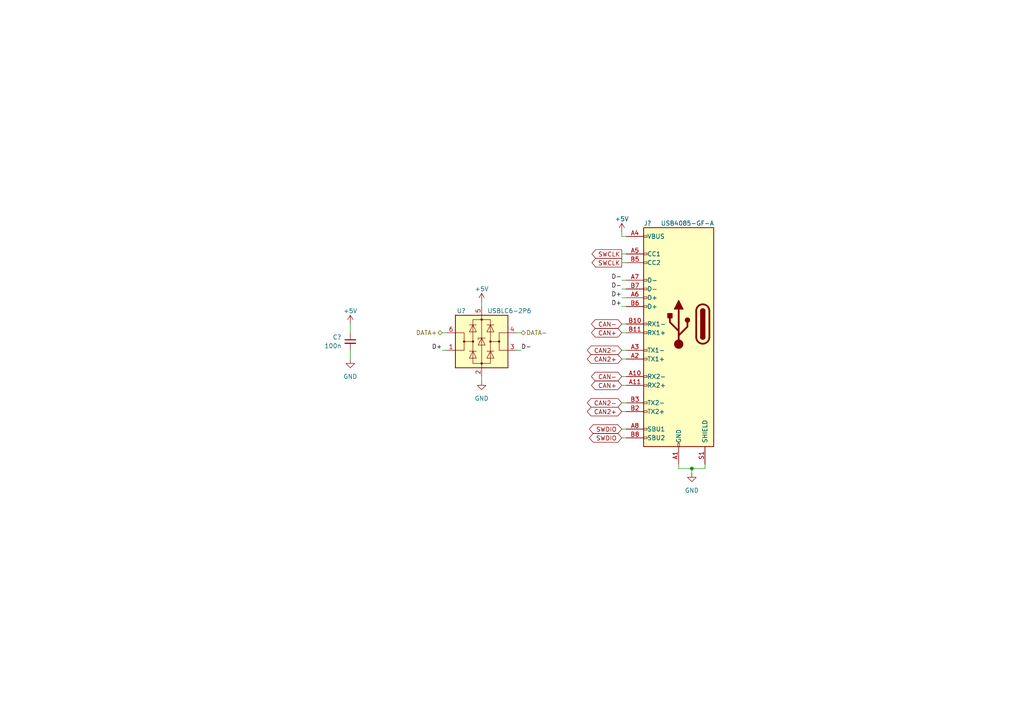
<source format=kicad_sch>
(kicad_sch (version 20230121) (generator eeschema)
  (paper "A4")
  (title_block (date "2023-07-01") (rev "${REVISION}") (company "Author: I. Kajdan") (comment 1 "Reviewer:"))
  (lib_symbols
    (symbol "Connector:USB_C_Receptacle" (pin_names (offset 1.016))
      (property "Reference" "J" (at -10.16 29.21 0))
      (property "Value" "USB_C_Receptacle" (at 10.16 29.21 0))
      (symbol "USB_C_Receptacle_0_0"
        (rectangle (start -0.254 -35.56) (end 0.254 -34.544))
        (rectangle (start 10.16 -32.766) (end 9.144 -33.274))
        (rectangle (start 10.16 -30.226) (end 9.144 -30.734))
        (rectangle (start 10.16 -25.146) (end 9.144 -25.654))
        (rectangle (start 10.16 -22.606) (end 9.144 -23.114))
        (rectangle (start 10.16 -17.526) (end 9.144 -18.034))
        (rectangle (start 10.16 -14.986) (end 9.144 -15.494))
        (rectangle (start 10.16 -9.906) (end 9.144 -10.414))
        (rectangle (start 10.16 -7.366) (end 9.144 -7.874))
        (rectangle (start 10.16 -2.286) (end 9.144 -2.794))
        (rectangle (start 10.16 0.254) (end 9.144 -0.254))
        (rectangle (start 10.16 5.334) (end 9.144 4.826))
        (rectangle (start 10.16 7.874) (end 9.144 7.366))
        (rectangle (start 10.16 10.414) (end 9.144 9.906))
        (rectangle (start 10.16 12.954) (end 9.144 12.446))
        (rectangle (start 10.16 18.034) (end 9.144 17.526))
        (rectangle (start 10.16 20.574) (end 9.144 20.066))
        (rectangle (start 10.16 25.654) (end 9.144 25.146))
      )
      (symbol "USB_C_Receptacle_0_1"
        (rectangle (start -10.16 27.94) (end 10.16 -35.56) (stroke (width 0.254)) (fill (type background)))
        (arc (start -8.89 -3.81) (mid -6.985 -5.7067) (end -5.08 -3.81) (stroke (width 0.508)))
        (arc (start -7.62 -3.81) (mid -6.985 -4.4423) (end -6.35 -3.81) (stroke (width 0.254)))
        (arc (start -7.62 -3.81) (mid -6.985 -4.4423) (end -6.35 -3.81) (stroke (width 0.254)) (fill (type outline)))
        (rectangle (start -7.62 -3.81) (end -6.35 3.81) (stroke (width 0.254)) (fill (type outline)))
        (arc (start -6.35 3.81) (mid -6.985 4.4423) (end -7.62 3.81) (stroke (width 0.254)))
        (arc (start -6.35 3.81) (mid -6.985 4.4423) (end -7.62 3.81) (stroke (width 0.254)) (fill (type outline)))
        (arc (start -5.08 3.81) (mid -6.985 5.7067) (end -8.89 3.81) (stroke (width 0.508)))
        (polyline (pts (xy -8.89 -3.81) (xy -8.89 3.81)) (stroke (width 0.508)))
        (polyline (pts (xy -5.08 3.81) (xy -5.08 -3.81)) (stroke (width 0.508)))
      )
      (symbol "USB_C_Receptacle_1_1"
        (circle (center -2.54 1.143) (radius 0.635) (stroke (width 0.254)) (fill (type outline)))
        (circle (center 0 -5.842) (radius 1.27) (fill (type outline)))
        (polyline (pts (xy 0 -5.842) (xy 0 4.318)) (stroke (width 0.508)))
        (polyline (pts (xy 0 -3.302) (xy -2.54 -0.762) (xy -2.54 0.508)) (stroke (width 0.508)))
        (polyline (pts (xy 0 -2.032) (xy 2.54 0.508) (xy 2.54 1.778)) (stroke (width 0.508)))
        (polyline (pts (xy -1.27 4.318) (xy 0 6.858) (xy 1.27 4.318) (xy -1.27 4.318)) (stroke (width 0.254)) (fill (type outline)))
        (rectangle (start 1.905 1.778) (end 3.175 3.048) (stroke (width 0.254)) (fill (type outline)))
        (pin passive line (at 0 -40.64 90) (length 5.08) (name "GND") (number "A1"))
        (pin bidirectional line (at 15.24 -15.24 180) (length 5.08) (name "RX2-") (number "A10"))
        (pin bidirectional line (at 15.24 -17.78 180) (length 5.08) (name "RX2+") (number "A11"))
        (pin passive line (at 0 -40.64 90) (length 5.08) hide (name "GND") (number "A12"))
        (pin bidirectional line (at 15.24 -10.16 180) (length 5.08) (name "TX1+") (number "A2"))
        (pin bidirectional line (at 15.24 -7.62 180) (length 5.08) (name "TX1-") (number "A3"))
        (pin passive line (at 15.24 25.4 180) (length 5.08) (name "VBUS") (number "A4"))
        (pin bidirectional line (at 15.24 20.32 180) (length 5.08) (name "CC1") (number "A5"))
        (pin bidirectional line (at 15.24 7.62 180) (length 5.08) (name "D+") (number "A6"))
        (pin bidirectional line (at 15.24 12.7 180) (length 5.08) (name "D-") (number "A7"))
        (pin bidirectional line (at 15.24 -30.48 180) (length 5.08) (name "SBU1") (number "A8"))
        (pin passive line (at 15.24 25.4 180) (length 5.08) hide (name "VBUS") (number "A9"))
        (pin passive line (at 0 -40.64 90) (length 5.08) hide (name "GND") (number "B1"))
        (pin bidirectional line (at 15.24 0 180) (length 5.08) (name "RX1-") (number "B10"))
        (pin bidirectional line (at 15.24 -2.54 180) (length 5.08) (name "RX1+") (number "B11"))
        (pin passive line (at 0 -40.64 90) (length 5.08) hide (name "GND") (number "B12"))
        (pin bidirectional line (at 15.24 -25.4 180) (length 5.08) (name "TX2+") (number "B2"))
        (pin bidirectional line (at 15.24 -22.86 180) (length 5.08) (name "TX2-") (number "B3"))
        (pin passive line (at 15.24 25.4 180) (length 5.08) hide (name "VBUS") (number "B4"))
        (pin bidirectional line (at 15.24 17.78 180) (length 5.08) (name "CC2") (number "B5"))
        (pin bidirectional line (at 15.24 5.08 180) (length 5.08) (name "D+") (number "B6"))
        (pin bidirectional line (at 15.24 10.16 180) (length 5.08) (name "D-") (number "B7"))
        (pin bidirectional line (at 15.24 -33.02 180) (length 5.08) (name "SBU2") (number "B8"))
        (pin passive line (at 15.24 25.4 180) (length 5.08) hide (name "VBUS") (number "B9"))
        (pin passive line (at -7.62 -40.64 90) (length 5.08) (name "SHIELD") (number "S1"))
      )
    )
    (symbol "Device:C_Small" (pin_numbers hide) (pin_names (offset 0.254) hide)
      (property "Reference" "C" (at 0.254 1.778 0))
      (property "Value" "C_Small" (at 0.254 -2.032 0))
      (symbol "C_Small_0_1"
        (polyline (pts (xy -1.524 -0.508) (xy 1.524 -0.508)) (stroke (width 0.3302)))
        (polyline (pts (xy -1.524 0.508) (xy 1.524 0.508)) (stroke (width 0.3048)))
      )
      (symbol "C_Small_1_1"
        (pin passive line (at 0 2.54 270) (length 2.032) (name "~") (number "1"))
        (pin passive line (at 0 -2.54 90) (length 2.032) (name "~") (number "2"))
      )
    )
    (symbol "Power_Protection:USBLC6-2P6" (pin_names hide)
      (property "Reference" "U" (at 2.54 8.89 0))
      (property "Value" "USBLC6-2P6" (at 2.54 -8.89 0))
      (symbol "USBLC6-2P6_0_1"
        (rectangle (start -7.62 -7.62) (end 7.62 7.62) (stroke (width 0.254)) (fill (type background)))
        (circle (center -5.08 0) (radius 0.254) (fill (type outline)))
        (circle (center -2.54 0) (radius 0.254) (fill (type outline)))
        (rectangle (start -2.54 6.35) (end 2.54 -6.35))
        (circle (center 0 -6.35) (radius 0.254) (fill (type outline)))
        (polyline (pts (xy -5.08 -2.54) (xy -7.62 -2.54)))
        (polyline (pts (xy -5.08 0) (xy -5.08 -2.54)))
        (polyline (pts (xy -5.08 2.54) (xy -7.62 2.54)))
        (polyline (pts (xy -1.524 -2.794) (xy -3.556 -2.794)))
        (polyline (pts (xy -1.524 4.826) (xy -3.556 4.826)))
        (polyline (pts (xy 0 -7.62) (xy 0 -6.35)))
        (polyline (pts (xy 0 -6.35) (xy 0 1.27)))
        (polyline (pts (xy 0 1.27) (xy 0 6.35)))
        (polyline (pts (xy 0 6.35) (xy 0 7.62)))
        (polyline (pts (xy 1.524 -2.794) (xy 3.556 -2.794)))
        (polyline (pts (xy 1.524 4.826) (xy 3.556 4.826)))
        (polyline (pts (xy 5.08 -2.54) (xy 7.62 -2.54)))
        (polyline (pts (xy 5.08 0) (xy 5.08 -2.54)))
        (polyline (pts (xy 5.08 2.54) (xy 7.62 2.54)))
        (polyline (pts (xy -2.54 0) (xy -5.08 0) (xy -5.08 2.54)))
        (polyline (pts (xy 2.54 0) (xy 5.08 0) (xy 5.08 2.54)))
        (polyline (pts (xy -3.556 -4.826) (xy -1.524 -4.826) (xy -2.54 -2.794) (xy -3.556 -4.826)))
        (polyline (pts (xy -3.556 2.794) (xy -1.524 2.794) (xy -2.54 4.826) (xy -3.556 2.794)))
        (polyline (pts (xy -1.016 -1.016) (xy 1.016 -1.016) (xy 0 1.016) (xy -1.016 -1.016)))
        (polyline (pts (xy 1.016 1.016) (xy 0.762 1.016) (xy -1.016 1.016) (xy -1.016 0.508)))
        (polyline (pts (xy 3.556 -4.826) (xy 1.524 -4.826) (xy 2.54 -2.794) (xy 3.556 -4.826)))
        (polyline (pts (xy 3.556 2.794) (xy 1.524 2.794) (xy 2.54 4.826) (xy 3.556 2.794)))
        (circle (center 0 6.35) (radius 0.254) (fill (type outline)))
        (circle (center 2.54 0) (radius 0.254) (fill (type outline)))
        (circle (center 5.08 0) (radius 0.254) (fill (type outline)))
      )
      (symbol "USBLC6-2P6_1_1"
        (pin passive line (at -10.16 -2.54 0) (length 2.54) (name "I/O1") (number "1"))
        (pin passive line (at 0 -10.16 90) (length 2.54) (name "GND") (number "2"))
        (pin passive line (at 10.16 -2.54 180) (length 2.54) (name "I/O2") (number "3"))
        (pin passive line (at 10.16 2.54 180) (length 2.54) (name "I/O2") (number "4"))
        (pin passive line (at 0 10.16 270) (length 2.54) (name "VBUS") (number "5"))
        (pin passive line (at -10.16 2.54 0) (length 2.54) (name "I/O1") (number "6"))
      )
    )
    (symbol "power:+5V" (power) (pin_names (offset 0))
      (property "Value" "+5V" (at 0 3.556 0))
      (symbol "+5V_0_1"
        (polyline (pts (xy -0.762 1.27) (xy 0 2.54)))
        (polyline (pts (xy 0 0) (xy 0 2.54)))
        (polyline (pts (xy 0 2.54) (xy 0.762 1.27)))
      )
      (symbol "+5V_1_1"
        (pin power_in line (at 0 0 90) (length 0) hide (name "+5V") (number "1"))
      )
    )
    (symbol "power:GND" (power) (pin_names (offset 0))
      (property "Value" "GND" (at 0 -3.81 0))
      (symbol "GND_0_1"
        (polyline (pts (xy 0 0) (xy 0 -1.27) (xy 1.27 -1.27) (xy 0 -2.54) (xy -1.27 -1.27) (xy 0 -1.27)))
      )
      (symbol "GND_1_1"
        (pin power_in line (at 0 0 270) (length 0) hide (name "GND") (number "1"))
      )
    )
  )
  (junction (at 200.66 135.89))
  (wire (pts (xy 128.27 96.52) (xy 129.54 96.52)))
  (wire (pts (xy 180.34 124.46) (xy 181.61 124.46)))
  (wire (pts (xy 180.34 127) (xy 181.61 127)))
  (wire (pts (xy 180.34 116.84) (xy 181.61 116.84)))
  (wire (pts (xy 196.85 135.89) (xy 196.85 134.62)))
  (wire (pts (xy 180.34 119.38) (xy 181.61 119.38)))
  (wire (pts (xy 139.7 87.63) (xy 139.7 88.9)))
  (wire (pts (xy 180.34 83.82) (xy 181.61 83.82)))
  (wire (pts (xy 151.13 101.6) (xy 149.86 101.6)))
  (wire (pts (xy 204.47 135.89) (xy 200.66 135.89)))
  (wire (pts (xy 180.34 101.6) (xy 181.61 101.6)))
  (wire (pts (xy 180.34 111.76) (xy 181.61 111.76)))
  (wire (pts (xy 180.34 73.66) (xy 181.61 73.66)))
  (wire (pts (xy 180.34 76.2) (xy 181.61 76.2)))
  (wire (pts (xy 181.61 68.58) (xy 180.34 68.58)))
  (wire (pts (xy 180.34 109.22) (xy 181.61 109.22)))
  (wire (pts (xy 180.34 68.58) (xy 180.34 67.31)))
  (wire (pts (xy 204.47 134.62) (xy 204.47 135.89)))
  (wire (pts (xy 180.34 104.14) (xy 181.61 104.14)))
  (wire (pts (xy 101.6 101.6) (xy 101.6 104.14)))
  (wire (pts (xy 128.27 101.6) (xy 129.54 101.6)))
  (wire (pts (xy 180.34 86.36) (xy 181.61 86.36)))
  (wire (pts (xy 180.34 93.98) (xy 181.61 93.98)))
  (wire (pts (xy 180.34 96.52) (xy 181.61 96.52)))
  (wire (pts (xy 180.34 81.28) (xy 181.61 81.28)))
  (wire (pts (xy 180.34 88.9) (xy 181.61 88.9)))
  (wire (pts (xy 200.66 137.16) (xy 200.66 135.89)))
  (wire (pts (xy 101.6 93.98) (xy 101.6 96.52)))
  (wire (pts (xy 200.66 135.89) (xy 196.85 135.89)))
  (wire (pts (xy 151.13 96.52) (xy 149.86 96.52)))
  (wire (pts (xy 139.7 109.22) (xy 139.7 110.49)))
  (label "D+" (at 180.34 86.36 180))
  (label "D+" (at 128.27 101.6 180))
  (label "D-" (at 151.13 101.6 0))
  (label "D-" (at 180.34 81.28 180))
  (label "D+" (at 180.34 88.9 180))
  (label "D-" (at 180.34 83.82 180))
  (global_label "CAN2-" (shape bidirectional) (at 180.34 101.6 180) (property "Intersheetrefs" "${INTERSHEET_REFS}" (effects hide)))
  (global_label "CAN2+" (shape bidirectional) (at 180.34 119.38 180) (property "Intersheetrefs" "${INTERSHEET_REFS}" (effects hide)))
  (global_label "CAN2+" (shape bidirectional) (at 180.34 104.14 180) (property "Intersheetrefs" "${INTERSHEET_REFS}" (effects hide)))
  (global_label "CAN+" (shape bidirectional) (at 180.34 96.52 180) (property "Intersheetrefs" "${INTERSHEET_REFS}" (effects hide)))
  (global_label "SWDIO" (shape bidirectional) (at 180.34 127 180) (property "Intersheetrefs" "${INTERSHEET_REFS}" (effects hide)))
  (global_label "SWDIO" (shape bidirectional) (at 180.34 124.46 180) (property "Intersheetrefs" "${INTERSHEET_REFS}" (effects hide)))
  (global_label "CAN-" (shape bidirectional) (at 180.34 109.22 180) (property "Intersheetrefs" "${INTERSHEET_REFS}" (effects hide)))
  (global_label "CAN-" (shape bidirectional) (at 180.34 93.98 180) (property "Intersheetrefs" "${INTERSHEET_REFS}" (effects hide)))
  (global_label "SWCLK" (shape output) (at 180.34 73.66 180) (property "Intersheetrefs" "${INTERSHEET_REFS}" (effects hide)))
  (global_label "SWCLK" (shape output) (at 180.34 76.2 180) (property "Intersheetrefs" "${INTERSHEET_REFS}" (effects hide)))
  (global_label "CAN+" (shape bidirectional) (at 180.34 111.76 180) (property "Intersheetrefs" "${INTERSHEET_REFS}" (effects hide)))
  (global_label "CAN2-" (shape bidirectional) (at 180.34 116.84 180) (property "Intersheetrefs" "${INTERSHEET_REFS}" (effects hide)))
  (hierarchical_label "DATA+" (shape bidirectional) (at 128.27 96.52 180))
  (hierarchical_label "DATA-" (shape bidirectional) (at 151.13 96.52 0))
  (symbol (lib_id "power:GND") (at 101.6 104.14 0) (unit 1)
    (property "Reference" "#PWR?" (effects hide))
    (property "Value" "GND" (at 101.6 109.22 0))
    (instances (project "rearbox" (path "" (reference "#PWR?") (unit 1)) (path "" (reference "#PWR0107") (unit 1))))
  )
  (symbol (lib_id "power:+5V") (at 180.34 67.31 0) (mirror y) (unit 1)
    (property "Reference" "#PWR?" (effects hide))
    (property "Value" "+5V" (at 180.34 63.5 0))
    (instances (project "rearbox" (path "" (reference "#PWR?") (unit 1)) (path "" (reference "#PWR?") (unit 1)) (path "" (reference "#PWR0110") (unit 1))))
  )
  (symbol (lib_id "Power_Protection:USBLC6-2P6") (at 139.7 99.06 0) (unit 1)
    (property "Reference" "U?" (at 132.4611 90.17 0) (effects (justify left)))
    (property "Value" "USBLC6-2P6" (at 141.3511 90.17 0) (effects (justify left)))
    (property "Footprint" "Package_TO_SOT_SMD:SOT-666" (effects hide))
    (property "Datasheet" "https://www.st.com/resource/en/datasheet/usblc6-2.pdf" (effects hide))
    (instances (project "rearbox" (path "" (reference "U?") (unit 1)) (path "" (reference "U12") (unit 1))))
  )
  (symbol (lib_id "power:+5V") (at 101.6 93.98 0) (unit 1)
    (property "Reference" "#PWR?" (effects hide))
    (property "Value" "+5V" (at 101.6 90.17 0))
    (instances (project "rearbox" (path "" (reference "#PWR?") (unit 1)) (path "" (reference "#PWR0106") (unit 1))))
  )
  (symbol (lib_id "power:GND") (at 139.7 110.49 0) (unit 1)
    (property "Reference" "#PWR?" (effects hide))
    (property "Value" "GND" (at 139.7 115.57 0))
    (instances (project "rearbox" (path "" (reference "#PWR?") (unit 1)) (path "" (reference "#PWR0109") (unit 1))))
  )
  (symbol (lib_id "Connector:USB_C_Receptacle") (at 196.85 93.98 0) (mirror y) (unit 1)
    (property "Reference" "J?" (at 186.69 64.77 0) (effects (justify right)))
    (property "Value" "USB4085-GF-A" (at 199.39 64.77 0))
    (property "Footprint" "Frontbox:CUI_UJ31-CH-31-SMT-TR" (effects hide))
    (property "Datasheet" "https://eu.mouser.com/ProductDetail/GCT/USB4085-GF-A?qs=KUoIvG%2F9Ilba1bQOahfWjw%3D%3D" (effects hide))
    (instances (project "rearbox" (path "" (reference "J?") (unit 1)) (path "" (reference "J?") (unit 1)) (path "" (reference "J3") (unit 1))))
  )
  (symbol (lib_id "power:+5V") (at 139.7 87.63 0) (unit 1)
    (property "Reference" "#PWR?" (effects hide))
    (property "Value" "+5V" (at 139.7 83.82 0))
    (instances (project "rearbox" (path "" (reference "#PWR?") (unit 1)) (path "" (reference "#PWR0108") (unit 1))))
  )
  (symbol (lib_id "power:GND") (at 200.66 137.16 0) (mirror y) (unit 1)
    (property "Reference" "#PWR?" (effects hide))
    (property "Value" "GND" (at 200.66 142.24 0))
    (instances (project "rearbox" (path "" (reference "#PWR?") (unit 1)) (path "" (reference "#PWR?") (unit 1)) (path "" (reference "#PWR0111") (unit 1))))
  )
  (symbol (lib_id "Device:C_Small") (at 101.6 99.06 0) (mirror y) (unit 1)
    (property "Reference" "C?" (at 99.06 97.79 0) (effects (justify left)))
    (property "Value" "100n" (at 99.06 100.33 0) (effects (justify left)))
    (property "Footprint" "Capacitor_SMD:C_0402_1005Metric_Pad0.74x0.62mm_HandSolder" (effects hide))
    (instances (project "rearbox" (path "" (reference "C?") (unit 1)) (path "" (reference "C27") (unit 1)) (path "" (reference "C25") (unit 1)) (path "" (reference "C29") (unit 1))))
  )
)
</source>
